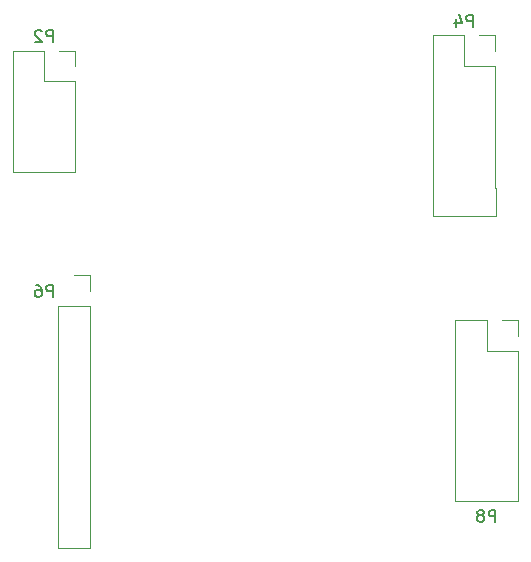
<source format=gbr>
G04 #@! TF.FileFunction,Legend,Bot*
%FSLAX46Y46*%
G04 Gerber Fmt 4.6, Leading zero omitted, Abs format (unit mm)*
G04 Created by KiCad (PCBNEW 4.0.7) date 08/25/18 11:10:14*
%MOMM*%
%LPD*%
G01*
G04 APERTURE LIST*
%ADD10C,0.100000*%
%ADD11C,0.120000*%
%ADD12C,0.150000*%
G04 APERTURE END LIST*
D10*
D11*
X173482000Y-105537000D02*
X173482000Y-107950000D01*
X173482000Y-107950000D02*
X168148000Y-107950000D01*
X168148000Y-107950000D02*
X168148000Y-105537000D01*
X173475000Y-95250000D02*
X173475000Y-105530000D01*
X168155000Y-105530000D02*
X168155000Y-92590000D01*
X168155000Y-92590000D02*
X170815000Y-92590000D01*
X170815000Y-92590000D02*
X170815000Y-95250000D01*
X170815000Y-95250000D02*
X173475000Y-95250000D01*
X173475000Y-93980000D02*
X173475000Y-92590000D01*
X173475000Y-92590000D02*
X172085000Y-92590000D01*
X171577000Y-81407000D02*
X171577000Y-83820000D01*
X171577000Y-83820000D02*
X166243000Y-83820000D01*
X166243000Y-83820000D02*
X166243000Y-81407000D01*
X171570000Y-71120000D02*
X171570000Y-81400000D01*
X166250000Y-81400000D02*
X166250000Y-68460000D01*
X166250000Y-68460000D02*
X168910000Y-68460000D01*
X168910000Y-68460000D02*
X168910000Y-71120000D01*
X168910000Y-71120000D02*
X171570000Y-71120000D01*
X171570000Y-69850000D02*
X171570000Y-68460000D01*
X171570000Y-68460000D02*
X170180000Y-68460000D01*
X135950000Y-72390000D02*
X135950000Y-80070000D01*
X135950000Y-80070000D02*
X130750000Y-80070000D01*
X130750000Y-80070000D02*
X130750000Y-69790000D01*
X130750000Y-69790000D02*
X133350000Y-69790000D01*
X133350000Y-69790000D02*
X133350000Y-72390000D01*
X133350000Y-72390000D02*
X135950000Y-72390000D01*
X135950000Y-71120000D02*
X135950000Y-69790000D01*
X135950000Y-69790000D02*
X134620000Y-69790000D01*
X137280000Y-91440000D02*
X137280000Y-111880000D01*
X137280000Y-111880000D02*
X134500000Y-111880000D01*
X134500000Y-111880000D02*
X134500000Y-91440000D01*
X134500000Y-91440000D02*
X137280000Y-91440000D01*
X137280000Y-90170000D02*
X137280000Y-88780000D01*
X137280000Y-88780000D02*
X135890000Y-88780000D01*
D12*
X171553095Y-109672381D02*
X171553095Y-108672381D01*
X171172142Y-108672381D01*
X171076904Y-108720000D01*
X171029285Y-108767619D01*
X170981666Y-108862857D01*
X170981666Y-109005714D01*
X171029285Y-109100952D01*
X171076904Y-109148571D01*
X171172142Y-109196190D01*
X171553095Y-109196190D01*
X170410238Y-109100952D02*
X170505476Y-109053333D01*
X170553095Y-109005714D01*
X170600714Y-108910476D01*
X170600714Y-108862857D01*
X170553095Y-108767619D01*
X170505476Y-108720000D01*
X170410238Y-108672381D01*
X170219761Y-108672381D01*
X170124523Y-108720000D01*
X170076904Y-108767619D01*
X170029285Y-108862857D01*
X170029285Y-108910476D01*
X170076904Y-109005714D01*
X170124523Y-109053333D01*
X170219761Y-109100952D01*
X170410238Y-109100952D01*
X170505476Y-109148571D01*
X170553095Y-109196190D01*
X170600714Y-109291429D01*
X170600714Y-109481905D01*
X170553095Y-109577143D01*
X170505476Y-109624762D01*
X170410238Y-109672381D01*
X170219761Y-109672381D01*
X170124523Y-109624762D01*
X170076904Y-109577143D01*
X170029285Y-109481905D01*
X170029285Y-109291429D01*
X170076904Y-109196190D01*
X170124523Y-109148571D01*
X170219761Y-109100952D01*
X169648095Y-67762381D02*
X169648095Y-66762381D01*
X169267142Y-66762381D01*
X169171904Y-66810000D01*
X169124285Y-66857619D01*
X169076666Y-66952857D01*
X169076666Y-67095714D01*
X169124285Y-67190952D01*
X169171904Y-67238571D01*
X169267142Y-67286190D01*
X169648095Y-67286190D01*
X168219523Y-67095714D02*
X168219523Y-67762381D01*
X168457619Y-66714762D02*
X168695714Y-67429048D01*
X168076666Y-67429048D01*
X134088095Y-69032381D02*
X134088095Y-68032381D01*
X133707142Y-68032381D01*
X133611904Y-68080000D01*
X133564285Y-68127619D01*
X133516666Y-68222857D01*
X133516666Y-68365714D01*
X133564285Y-68460952D01*
X133611904Y-68508571D01*
X133707142Y-68556190D01*
X134088095Y-68556190D01*
X133135714Y-68127619D02*
X133088095Y-68080000D01*
X132992857Y-68032381D01*
X132754761Y-68032381D01*
X132659523Y-68080000D01*
X132611904Y-68127619D01*
X132564285Y-68222857D01*
X132564285Y-68318095D01*
X132611904Y-68460952D01*
X133183333Y-69032381D01*
X132564285Y-69032381D01*
X134088095Y-90622381D02*
X134088095Y-89622381D01*
X133707142Y-89622381D01*
X133611904Y-89670000D01*
X133564285Y-89717619D01*
X133516666Y-89812857D01*
X133516666Y-89955714D01*
X133564285Y-90050952D01*
X133611904Y-90098571D01*
X133707142Y-90146190D01*
X134088095Y-90146190D01*
X132659523Y-89622381D02*
X132850000Y-89622381D01*
X132945238Y-89670000D01*
X132992857Y-89717619D01*
X133088095Y-89860476D01*
X133135714Y-90050952D01*
X133135714Y-90431905D01*
X133088095Y-90527143D01*
X133040476Y-90574762D01*
X132945238Y-90622381D01*
X132754761Y-90622381D01*
X132659523Y-90574762D01*
X132611904Y-90527143D01*
X132564285Y-90431905D01*
X132564285Y-90193810D01*
X132611904Y-90098571D01*
X132659523Y-90050952D01*
X132754761Y-90003333D01*
X132945238Y-90003333D01*
X133040476Y-90050952D01*
X133088095Y-90098571D01*
X133135714Y-90193810D01*
M02*

</source>
